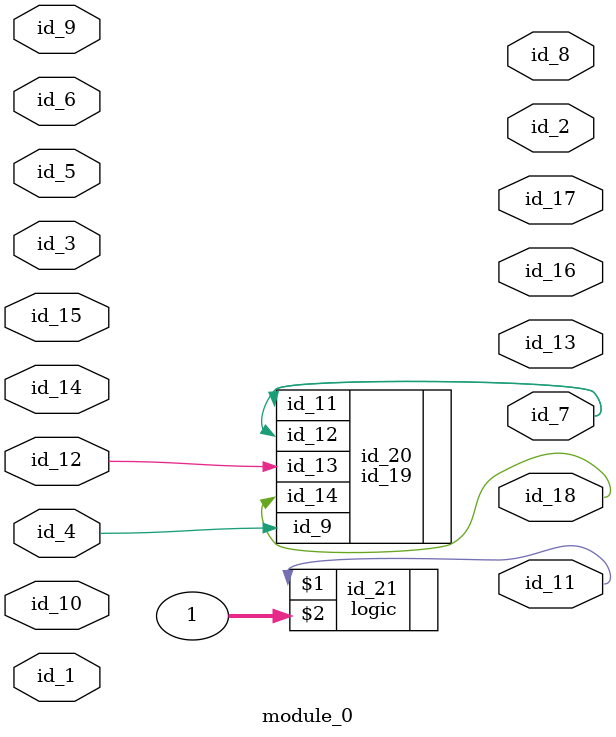
<source format=v>
module module_0 (
    id_1,
    id_2,
    id_3,
    id_4,
    id_5,
    id_6,
    id_7,
    id_8,
    id_9,
    id_10,
    id_11,
    id_12,
    id_13,
    id_14,
    id_15,
    id_16,
    id_17,
    id_18
);
  output id_18;
  output id_17;
  output id_16;
  input id_15;
  input id_14;
  output id_13;
  input id_12;
  output id_11;
  input id_10;
  input id_9;
  output id_8;
  output id_7;
  input id_6;
  input id_5;
  input id_4;
  input id_3;
  output id_2;
  input id_1;
  id_19 id_20 (
      .id_14(id_10),
      .id_9 (id_4),
      .id_11(id_7),
      .id_12(id_7),
      .id_13(id_12),
      .id_14(id_18)
  );
  logic id_21 (
      id_11,
      1
  );
endmodule

</source>
